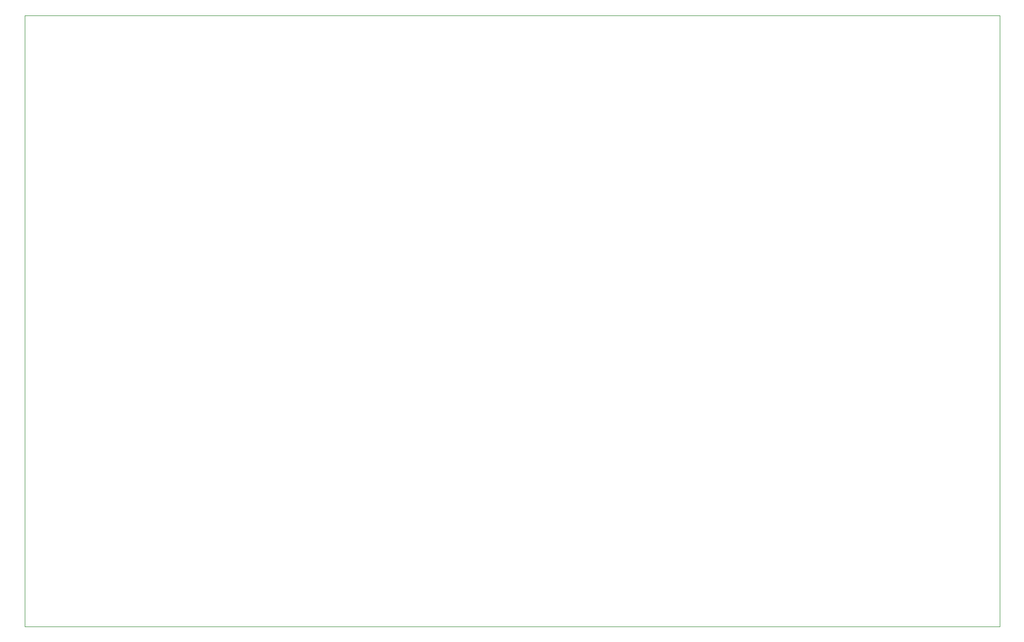
<source format=gbr>
%TF.GenerationSoftware,KiCad,Pcbnew,(5.1.10)-1*%
%TF.CreationDate,2022-02-01T13:34:57+01:00*%
%TF.ProjectId,TA8-FDC,5441382d-4644-4432-9e6b-696361645f70,rev?*%
%TF.SameCoordinates,Original*%
%TF.FileFunction,Profile,NP*%
%FSLAX46Y46*%
G04 Gerber Fmt 4.6, Leading zero omitted, Abs format (unit mm)*
G04 Created by KiCad (PCBNEW (5.1.10)-1) date 2022-02-01 13:34:57*
%MOMM*%
%LPD*%
G01*
G04 APERTURE LIST*
%TA.AperFunction,Profile*%
%ADD10C,0.050000*%
%TD*%
G04 APERTURE END LIST*
D10*
X266700000Y-39370000D02*
X266700000Y-139700000D01*
X106680000Y-39370000D02*
X266700000Y-39370000D01*
X106680000Y-139700000D02*
X106680000Y-39370000D01*
X266700000Y-139700000D02*
X106680000Y-139700000D01*
M02*

</source>
